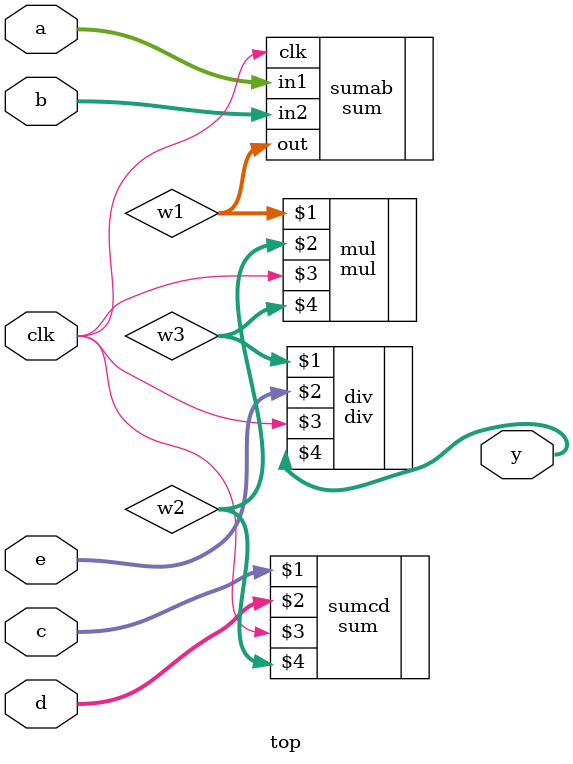
<source format=v>
module top(a, b, c, d, e, clk, y);
  input [7:0] a, b, c, d, e;
  input clk;
  output [31:0] y;
  wire [15:0] w1,w2;
  wire [31:0] w3;
  
  sum sumab(.in1(a), .in2(b), .clk(clk), .out(w1));
  sum sumcd(c, d, clk, w2);
  mul mul(w1, w2, clk, w3);
  div div(w3, e, clk, y);
endmodule 
</source>
